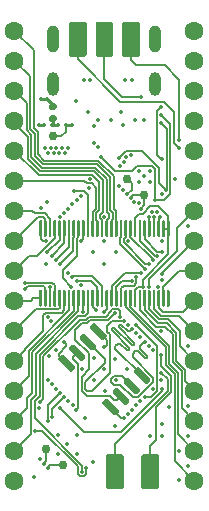
<source format=gbr>
G04 #@! TF.GenerationSoftware,KiCad,Pcbnew,5.1.9-1.fc33*
G04 #@! TF.CreationDate,2021-01-08T09:44:42+01:00*
G04 #@! TF.ProjectId,reDIP-sx,72654449-502d-4737-982e-6b696361645f,0.1*
G04 #@! TF.SameCoordinates,PX5e28010PY8011a50*
G04 #@! TF.FileFunction,Copper,L6,Bot*
G04 #@! TF.FilePolarity,Positive*
%FSLAX46Y46*%
G04 Gerber Fmt 4.6, Leading zero omitted, Abs format (unit mm)*
G04 Created by KiCad (PCBNEW 5.1.9-1.fc33) date 2021-01-08 09:44:42*
%MOMM*%
%LPD*%
G01*
G04 APERTURE LIST*
G04 #@! TA.AperFunction,ComponentPad*
%ADD10C,1.600000*%
G04 #@! TD*
G04 #@! TA.AperFunction,ComponentPad*
%ADD11O,1.000000X2.300000*%
G04 #@! TD*
G04 #@! TA.AperFunction,ComponentPad*
%ADD12O,1.000000X2.000000*%
G04 #@! TD*
G04 #@! TA.AperFunction,SMDPad,CuDef*
%ADD13C,0.750000*%
G04 #@! TD*
G04 #@! TA.AperFunction,ViaPad*
%ADD14C,0.350000*%
G04 #@! TD*
G04 #@! TA.AperFunction,Conductor*
%ADD15C,0.150000*%
G04 #@! TD*
G04 #@! TA.AperFunction,Conductor*
%ADD16C,0.200000*%
G04 #@! TD*
G04 #@! TA.AperFunction,Conductor*
%ADD17C,0.250000*%
G04 #@! TD*
G04 APERTURE END LIST*
D10*
X1270000Y26670000D03*
X1270000Y29210000D03*
X1270000Y31750000D03*
X1270000Y34290000D03*
X1270000Y36830000D03*
X1270000Y39370000D03*
D11*
X13210000Y38690000D03*
X4570000Y38690000D03*
D12*
X13210000Y34865000D03*
X4570000Y34865000D03*
G04 #@! TA.AperFunction,SMDPad,CuDef*
G36*
G01*
X3605000Y17352500D02*
X3605000Y16067500D01*
G75*
G02*
X3547500Y16010000I-57500J0D01*
G01*
X3432500Y16010000D01*
G75*
G02*
X3375000Y16067500I0J57500D01*
G01*
X3375000Y17352500D01*
G75*
G02*
X3432500Y17410000I57500J0D01*
G01*
X3547500Y17410000D01*
G75*
G02*
X3605000Y17352500I0J-57500D01*
G01*
G37*
G04 #@! TD.AperFunction*
G04 #@! TA.AperFunction,SMDPad,CuDef*
G36*
G01*
X3605000Y23252500D02*
X3605000Y21967500D01*
G75*
G02*
X3547500Y21910000I-57500J0D01*
G01*
X3432500Y21910000D01*
G75*
G02*
X3375000Y21967500I0J57500D01*
G01*
X3375000Y23252500D01*
G75*
G02*
X3432500Y23310000I57500J0D01*
G01*
X3547500Y23310000D01*
G75*
G02*
X3605000Y23252500I0J-57500D01*
G01*
G37*
G04 #@! TD.AperFunction*
G04 #@! TA.AperFunction,SMDPad,CuDef*
G36*
G01*
X4005000Y17352500D02*
X4005000Y16067500D01*
G75*
G02*
X3947500Y16010000I-57500J0D01*
G01*
X3832500Y16010000D01*
G75*
G02*
X3775000Y16067500I0J57500D01*
G01*
X3775000Y17352500D01*
G75*
G02*
X3832500Y17410000I57500J0D01*
G01*
X3947500Y17410000D01*
G75*
G02*
X4005000Y17352500I0J-57500D01*
G01*
G37*
G04 #@! TD.AperFunction*
G04 #@! TA.AperFunction,SMDPad,CuDef*
G36*
G01*
X4005000Y23252500D02*
X4005000Y21967500D01*
G75*
G02*
X3947500Y21910000I-57500J0D01*
G01*
X3832500Y21910000D01*
G75*
G02*
X3775000Y21967500I0J57500D01*
G01*
X3775000Y23252500D01*
G75*
G02*
X3832500Y23310000I57500J0D01*
G01*
X3947500Y23310000D01*
G75*
G02*
X4005000Y23252500I0J-57500D01*
G01*
G37*
G04 #@! TD.AperFunction*
G04 #@! TA.AperFunction,SMDPad,CuDef*
G36*
G01*
X4405000Y17352500D02*
X4405000Y16067500D01*
G75*
G02*
X4347500Y16010000I-57500J0D01*
G01*
X4232500Y16010000D01*
G75*
G02*
X4175000Y16067500I0J57500D01*
G01*
X4175000Y17352500D01*
G75*
G02*
X4232500Y17410000I57500J0D01*
G01*
X4347500Y17410000D01*
G75*
G02*
X4405000Y17352500I0J-57500D01*
G01*
G37*
G04 #@! TD.AperFunction*
G04 #@! TA.AperFunction,SMDPad,CuDef*
G36*
G01*
X4405000Y23252500D02*
X4405000Y21967500D01*
G75*
G02*
X4347500Y21910000I-57500J0D01*
G01*
X4232500Y21910000D01*
G75*
G02*
X4175000Y21967500I0J57500D01*
G01*
X4175000Y23252500D01*
G75*
G02*
X4232500Y23310000I57500J0D01*
G01*
X4347500Y23310000D01*
G75*
G02*
X4405000Y23252500I0J-57500D01*
G01*
G37*
G04 #@! TD.AperFunction*
G04 #@! TA.AperFunction,SMDPad,CuDef*
G36*
G01*
X4805000Y17352500D02*
X4805000Y16067500D01*
G75*
G02*
X4747500Y16010000I-57500J0D01*
G01*
X4632500Y16010000D01*
G75*
G02*
X4575000Y16067500I0J57500D01*
G01*
X4575000Y17352500D01*
G75*
G02*
X4632500Y17410000I57500J0D01*
G01*
X4747500Y17410000D01*
G75*
G02*
X4805000Y17352500I0J-57500D01*
G01*
G37*
G04 #@! TD.AperFunction*
G04 #@! TA.AperFunction,SMDPad,CuDef*
G36*
G01*
X4805000Y23252500D02*
X4805000Y21967500D01*
G75*
G02*
X4747500Y21910000I-57500J0D01*
G01*
X4632500Y21910000D01*
G75*
G02*
X4575000Y21967500I0J57500D01*
G01*
X4575000Y23252500D01*
G75*
G02*
X4632500Y23310000I57500J0D01*
G01*
X4747500Y23310000D01*
G75*
G02*
X4805000Y23252500I0J-57500D01*
G01*
G37*
G04 #@! TD.AperFunction*
G04 #@! TA.AperFunction,SMDPad,CuDef*
G36*
G01*
X5205000Y17352500D02*
X5205000Y16067500D01*
G75*
G02*
X5147500Y16010000I-57500J0D01*
G01*
X5032500Y16010000D01*
G75*
G02*
X4975000Y16067500I0J57500D01*
G01*
X4975000Y17352500D01*
G75*
G02*
X5032500Y17410000I57500J0D01*
G01*
X5147500Y17410000D01*
G75*
G02*
X5205000Y17352500I0J-57500D01*
G01*
G37*
G04 #@! TD.AperFunction*
G04 #@! TA.AperFunction,SMDPad,CuDef*
G36*
G01*
X5205000Y23252500D02*
X5205000Y21967500D01*
G75*
G02*
X5147500Y21910000I-57500J0D01*
G01*
X5032500Y21910000D01*
G75*
G02*
X4975000Y21967500I0J57500D01*
G01*
X4975000Y23252500D01*
G75*
G02*
X5032500Y23310000I57500J0D01*
G01*
X5147500Y23310000D01*
G75*
G02*
X5205000Y23252500I0J-57500D01*
G01*
G37*
G04 #@! TD.AperFunction*
G04 #@! TA.AperFunction,SMDPad,CuDef*
G36*
G01*
X5605000Y17352500D02*
X5605000Y16067500D01*
G75*
G02*
X5547500Y16010000I-57500J0D01*
G01*
X5432500Y16010000D01*
G75*
G02*
X5375000Y16067500I0J57500D01*
G01*
X5375000Y17352500D01*
G75*
G02*
X5432500Y17410000I57500J0D01*
G01*
X5547500Y17410000D01*
G75*
G02*
X5605000Y17352500I0J-57500D01*
G01*
G37*
G04 #@! TD.AperFunction*
G04 #@! TA.AperFunction,SMDPad,CuDef*
G36*
G01*
X5605000Y23252500D02*
X5605000Y21967500D01*
G75*
G02*
X5547500Y21910000I-57500J0D01*
G01*
X5432500Y21910000D01*
G75*
G02*
X5375000Y21967500I0J57500D01*
G01*
X5375000Y23252500D01*
G75*
G02*
X5432500Y23310000I57500J0D01*
G01*
X5547500Y23310000D01*
G75*
G02*
X5605000Y23252500I0J-57500D01*
G01*
G37*
G04 #@! TD.AperFunction*
G04 #@! TA.AperFunction,SMDPad,CuDef*
G36*
G01*
X6005000Y17352500D02*
X6005000Y16067500D01*
G75*
G02*
X5947500Y16010000I-57500J0D01*
G01*
X5832500Y16010000D01*
G75*
G02*
X5775000Y16067500I0J57500D01*
G01*
X5775000Y17352500D01*
G75*
G02*
X5832500Y17410000I57500J0D01*
G01*
X5947500Y17410000D01*
G75*
G02*
X6005000Y17352500I0J-57500D01*
G01*
G37*
G04 #@! TD.AperFunction*
G04 #@! TA.AperFunction,SMDPad,CuDef*
G36*
G01*
X6005000Y23252500D02*
X6005000Y21967500D01*
G75*
G02*
X5947500Y21910000I-57500J0D01*
G01*
X5832500Y21910000D01*
G75*
G02*
X5775000Y21967500I0J57500D01*
G01*
X5775000Y23252500D01*
G75*
G02*
X5832500Y23310000I57500J0D01*
G01*
X5947500Y23310000D01*
G75*
G02*
X6005000Y23252500I0J-57500D01*
G01*
G37*
G04 #@! TD.AperFunction*
G04 #@! TA.AperFunction,SMDPad,CuDef*
G36*
G01*
X6405000Y17352500D02*
X6405000Y16067500D01*
G75*
G02*
X6347500Y16010000I-57500J0D01*
G01*
X6232500Y16010000D01*
G75*
G02*
X6175000Y16067500I0J57500D01*
G01*
X6175000Y17352500D01*
G75*
G02*
X6232500Y17410000I57500J0D01*
G01*
X6347500Y17410000D01*
G75*
G02*
X6405000Y17352500I0J-57500D01*
G01*
G37*
G04 #@! TD.AperFunction*
G04 #@! TA.AperFunction,SMDPad,CuDef*
G36*
G01*
X6405000Y23252500D02*
X6405000Y21967500D01*
G75*
G02*
X6347500Y21910000I-57500J0D01*
G01*
X6232500Y21910000D01*
G75*
G02*
X6175000Y21967500I0J57500D01*
G01*
X6175000Y23252500D01*
G75*
G02*
X6232500Y23310000I57500J0D01*
G01*
X6347500Y23310000D01*
G75*
G02*
X6405000Y23252500I0J-57500D01*
G01*
G37*
G04 #@! TD.AperFunction*
G04 #@! TA.AperFunction,SMDPad,CuDef*
G36*
G01*
X6805000Y17352500D02*
X6805000Y16067500D01*
G75*
G02*
X6747500Y16010000I-57500J0D01*
G01*
X6632500Y16010000D01*
G75*
G02*
X6575000Y16067500I0J57500D01*
G01*
X6575000Y17352500D01*
G75*
G02*
X6632500Y17410000I57500J0D01*
G01*
X6747500Y17410000D01*
G75*
G02*
X6805000Y17352500I0J-57500D01*
G01*
G37*
G04 #@! TD.AperFunction*
G04 #@! TA.AperFunction,SMDPad,CuDef*
G36*
G01*
X6805000Y23252500D02*
X6805000Y21967500D01*
G75*
G02*
X6747500Y21910000I-57500J0D01*
G01*
X6632500Y21910000D01*
G75*
G02*
X6575000Y21967500I0J57500D01*
G01*
X6575000Y23252500D01*
G75*
G02*
X6632500Y23310000I57500J0D01*
G01*
X6747500Y23310000D01*
G75*
G02*
X6805000Y23252500I0J-57500D01*
G01*
G37*
G04 #@! TD.AperFunction*
G04 #@! TA.AperFunction,SMDPad,CuDef*
G36*
G01*
X7205000Y17352500D02*
X7205000Y16067500D01*
G75*
G02*
X7147500Y16010000I-57500J0D01*
G01*
X7032500Y16010000D01*
G75*
G02*
X6975000Y16067500I0J57500D01*
G01*
X6975000Y17352500D01*
G75*
G02*
X7032500Y17410000I57500J0D01*
G01*
X7147500Y17410000D01*
G75*
G02*
X7205000Y17352500I0J-57500D01*
G01*
G37*
G04 #@! TD.AperFunction*
G04 #@! TA.AperFunction,SMDPad,CuDef*
G36*
G01*
X7205000Y23252500D02*
X7205000Y21967500D01*
G75*
G02*
X7147500Y21910000I-57500J0D01*
G01*
X7032500Y21910000D01*
G75*
G02*
X6975000Y21967500I0J57500D01*
G01*
X6975000Y23252500D01*
G75*
G02*
X7032500Y23310000I57500J0D01*
G01*
X7147500Y23310000D01*
G75*
G02*
X7205000Y23252500I0J-57500D01*
G01*
G37*
G04 #@! TD.AperFunction*
G04 #@! TA.AperFunction,SMDPad,CuDef*
G36*
G01*
X7605000Y17352500D02*
X7605000Y16067500D01*
G75*
G02*
X7547500Y16010000I-57500J0D01*
G01*
X7432500Y16010000D01*
G75*
G02*
X7375000Y16067500I0J57500D01*
G01*
X7375000Y17352500D01*
G75*
G02*
X7432500Y17410000I57500J0D01*
G01*
X7547500Y17410000D01*
G75*
G02*
X7605000Y17352500I0J-57500D01*
G01*
G37*
G04 #@! TD.AperFunction*
G04 #@! TA.AperFunction,SMDPad,CuDef*
G36*
G01*
X7605000Y23252500D02*
X7605000Y21967500D01*
G75*
G02*
X7547500Y21910000I-57500J0D01*
G01*
X7432500Y21910000D01*
G75*
G02*
X7375000Y21967500I0J57500D01*
G01*
X7375000Y23252500D01*
G75*
G02*
X7432500Y23310000I57500J0D01*
G01*
X7547500Y23310000D01*
G75*
G02*
X7605000Y23252500I0J-57500D01*
G01*
G37*
G04 #@! TD.AperFunction*
G04 #@! TA.AperFunction,SMDPad,CuDef*
G36*
G01*
X8005000Y17352500D02*
X8005000Y16067500D01*
G75*
G02*
X7947500Y16010000I-57500J0D01*
G01*
X7832500Y16010000D01*
G75*
G02*
X7775000Y16067500I0J57500D01*
G01*
X7775000Y17352500D01*
G75*
G02*
X7832500Y17410000I57500J0D01*
G01*
X7947500Y17410000D01*
G75*
G02*
X8005000Y17352500I0J-57500D01*
G01*
G37*
G04 #@! TD.AperFunction*
G04 #@! TA.AperFunction,SMDPad,CuDef*
G36*
G01*
X8005000Y23252500D02*
X8005000Y21967500D01*
G75*
G02*
X7947500Y21910000I-57500J0D01*
G01*
X7832500Y21910000D01*
G75*
G02*
X7775000Y21967500I0J57500D01*
G01*
X7775000Y23252500D01*
G75*
G02*
X7832500Y23310000I57500J0D01*
G01*
X7947500Y23310000D01*
G75*
G02*
X8005000Y23252500I0J-57500D01*
G01*
G37*
G04 #@! TD.AperFunction*
G04 #@! TA.AperFunction,SMDPad,CuDef*
G36*
G01*
X8405000Y17352500D02*
X8405000Y16067500D01*
G75*
G02*
X8347500Y16010000I-57500J0D01*
G01*
X8232500Y16010000D01*
G75*
G02*
X8175000Y16067500I0J57500D01*
G01*
X8175000Y17352500D01*
G75*
G02*
X8232500Y17410000I57500J0D01*
G01*
X8347500Y17410000D01*
G75*
G02*
X8405000Y17352500I0J-57500D01*
G01*
G37*
G04 #@! TD.AperFunction*
G04 #@! TA.AperFunction,SMDPad,CuDef*
G36*
G01*
X8405000Y23252500D02*
X8405000Y21967500D01*
G75*
G02*
X8347500Y21910000I-57500J0D01*
G01*
X8232500Y21910000D01*
G75*
G02*
X8175000Y21967500I0J57500D01*
G01*
X8175000Y23252500D01*
G75*
G02*
X8232500Y23310000I57500J0D01*
G01*
X8347500Y23310000D01*
G75*
G02*
X8405000Y23252500I0J-57500D01*
G01*
G37*
G04 #@! TD.AperFunction*
G04 #@! TA.AperFunction,SMDPad,CuDef*
G36*
G01*
X8805000Y17352500D02*
X8805000Y16067500D01*
G75*
G02*
X8747500Y16010000I-57500J0D01*
G01*
X8632500Y16010000D01*
G75*
G02*
X8575000Y16067500I0J57500D01*
G01*
X8575000Y17352500D01*
G75*
G02*
X8632500Y17410000I57500J0D01*
G01*
X8747500Y17410000D01*
G75*
G02*
X8805000Y17352500I0J-57500D01*
G01*
G37*
G04 #@! TD.AperFunction*
G04 #@! TA.AperFunction,SMDPad,CuDef*
G36*
G01*
X8805000Y23252500D02*
X8805000Y21967500D01*
G75*
G02*
X8747500Y21910000I-57500J0D01*
G01*
X8632500Y21910000D01*
G75*
G02*
X8575000Y21967500I0J57500D01*
G01*
X8575000Y23252500D01*
G75*
G02*
X8632500Y23310000I57500J0D01*
G01*
X8747500Y23310000D01*
G75*
G02*
X8805000Y23252500I0J-57500D01*
G01*
G37*
G04 #@! TD.AperFunction*
G04 #@! TA.AperFunction,SMDPad,CuDef*
G36*
G01*
X9205000Y17352500D02*
X9205000Y16067500D01*
G75*
G02*
X9147500Y16010000I-57500J0D01*
G01*
X9032500Y16010000D01*
G75*
G02*
X8975000Y16067500I0J57500D01*
G01*
X8975000Y17352500D01*
G75*
G02*
X9032500Y17410000I57500J0D01*
G01*
X9147500Y17410000D01*
G75*
G02*
X9205000Y17352500I0J-57500D01*
G01*
G37*
G04 #@! TD.AperFunction*
G04 #@! TA.AperFunction,SMDPad,CuDef*
G36*
G01*
X9205000Y23252500D02*
X9205000Y21967500D01*
G75*
G02*
X9147500Y21910000I-57500J0D01*
G01*
X9032500Y21910000D01*
G75*
G02*
X8975000Y21967500I0J57500D01*
G01*
X8975000Y23252500D01*
G75*
G02*
X9032500Y23310000I57500J0D01*
G01*
X9147500Y23310000D01*
G75*
G02*
X9205000Y23252500I0J-57500D01*
G01*
G37*
G04 #@! TD.AperFunction*
G04 #@! TA.AperFunction,SMDPad,CuDef*
G36*
G01*
X9605000Y17352500D02*
X9605000Y16067500D01*
G75*
G02*
X9547500Y16010000I-57500J0D01*
G01*
X9432500Y16010000D01*
G75*
G02*
X9375000Y16067500I0J57500D01*
G01*
X9375000Y17352500D01*
G75*
G02*
X9432500Y17410000I57500J0D01*
G01*
X9547500Y17410000D01*
G75*
G02*
X9605000Y17352500I0J-57500D01*
G01*
G37*
G04 #@! TD.AperFunction*
G04 #@! TA.AperFunction,SMDPad,CuDef*
G36*
G01*
X9605000Y23252500D02*
X9605000Y21967500D01*
G75*
G02*
X9547500Y21910000I-57500J0D01*
G01*
X9432500Y21910000D01*
G75*
G02*
X9375000Y21967500I0J57500D01*
G01*
X9375000Y23252500D01*
G75*
G02*
X9432500Y23310000I57500J0D01*
G01*
X9547500Y23310000D01*
G75*
G02*
X9605000Y23252500I0J-57500D01*
G01*
G37*
G04 #@! TD.AperFunction*
G04 #@! TA.AperFunction,SMDPad,CuDef*
G36*
G01*
X10005000Y17352500D02*
X10005000Y16067500D01*
G75*
G02*
X9947500Y16010000I-57500J0D01*
G01*
X9832500Y16010000D01*
G75*
G02*
X9775000Y16067500I0J57500D01*
G01*
X9775000Y17352500D01*
G75*
G02*
X9832500Y17410000I57500J0D01*
G01*
X9947500Y17410000D01*
G75*
G02*
X10005000Y17352500I0J-57500D01*
G01*
G37*
G04 #@! TD.AperFunction*
G04 #@! TA.AperFunction,SMDPad,CuDef*
G36*
G01*
X10005000Y23252500D02*
X10005000Y21967500D01*
G75*
G02*
X9947500Y21910000I-57500J0D01*
G01*
X9832500Y21910000D01*
G75*
G02*
X9775000Y21967500I0J57500D01*
G01*
X9775000Y23252500D01*
G75*
G02*
X9832500Y23310000I57500J0D01*
G01*
X9947500Y23310000D01*
G75*
G02*
X10005000Y23252500I0J-57500D01*
G01*
G37*
G04 #@! TD.AperFunction*
G04 #@! TA.AperFunction,SMDPad,CuDef*
G36*
G01*
X10405000Y17352500D02*
X10405000Y16067500D01*
G75*
G02*
X10347500Y16010000I-57500J0D01*
G01*
X10232500Y16010000D01*
G75*
G02*
X10175000Y16067500I0J57500D01*
G01*
X10175000Y17352500D01*
G75*
G02*
X10232500Y17410000I57500J0D01*
G01*
X10347500Y17410000D01*
G75*
G02*
X10405000Y17352500I0J-57500D01*
G01*
G37*
G04 #@! TD.AperFunction*
G04 #@! TA.AperFunction,SMDPad,CuDef*
G36*
G01*
X10405000Y23252500D02*
X10405000Y21967500D01*
G75*
G02*
X10347500Y21910000I-57500J0D01*
G01*
X10232500Y21910000D01*
G75*
G02*
X10175000Y21967500I0J57500D01*
G01*
X10175000Y23252500D01*
G75*
G02*
X10232500Y23310000I57500J0D01*
G01*
X10347500Y23310000D01*
G75*
G02*
X10405000Y23252500I0J-57500D01*
G01*
G37*
G04 #@! TD.AperFunction*
G04 #@! TA.AperFunction,SMDPad,CuDef*
G36*
G01*
X10805000Y17352500D02*
X10805000Y16067500D01*
G75*
G02*
X10747500Y16010000I-57500J0D01*
G01*
X10632500Y16010000D01*
G75*
G02*
X10575000Y16067500I0J57500D01*
G01*
X10575000Y17352500D01*
G75*
G02*
X10632500Y17410000I57500J0D01*
G01*
X10747500Y17410000D01*
G75*
G02*
X10805000Y17352500I0J-57500D01*
G01*
G37*
G04 #@! TD.AperFunction*
G04 #@! TA.AperFunction,SMDPad,CuDef*
G36*
G01*
X10805000Y23252500D02*
X10805000Y21967500D01*
G75*
G02*
X10747500Y21910000I-57500J0D01*
G01*
X10632500Y21910000D01*
G75*
G02*
X10575000Y21967500I0J57500D01*
G01*
X10575000Y23252500D01*
G75*
G02*
X10632500Y23310000I57500J0D01*
G01*
X10747500Y23310000D01*
G75*
G02*
X10805000Y23252500I0J-57500D01*
G01*
G37*
G04 #@! TD.AperFunction*
G04 #@! TA.AperFunction,SMDPad,CuDef*
G36*
G01*
X11205000Y17352500D02*
X11205000Y16067500D01*
G75*
G02*
X11147500Y16010000I-57500J0D01*
G01*
X11032500Y16010000D01*
G75*
G02*
X10975000Y16067500I0J57500D01*
G01*
X10975000Y17352500D01*
G75*
G02*
X11032500Y17410000I57500J0D01*
G01*
X11147500Y17410000D01*
G75*
G02*
X11205000Y17352500I0J-57500D01*
G01*
G37*
G04 #@! TD.AperFunction*
G04 #@! TA.AperFunction,SMDPad,CuDef*
G36*
G01*
X11205000Y23252500D02*
X11205000Y21967500D01*
G75*
G02*
X11147500Y21910000I-57500J0D01*
G01*
X11032500Y21910000D01*
G75*
G02*
X10975000Y21967500I0J57500D01*
G01*
X10975000Y23252500D01*
G75*
G02*
X11032500Y23310000I57500J0D01*
G01*
X11147500Y23310000D01*
G75*
G02*
X11205000Y23252500I0J-57500D01*
G01*
G37*
G04 #@! TD.AperFunction*
G04 #@! TA.AperFunction,SMDPad,CuDef*
G36*
G01*
X11605000Y17352500D02*
X11605000Y16067500D01*
G75*
G02*
X11547500Y16010000I-57500J0D01*
G01*
X11432500Y16010000D01*
G75*
G02*
X11375000Y16067500I0J57500D01*
G01*
X11375000Y17352500D01*
G75*
G02*
X11432500Y17410000I57500J0D01*
G01*
X11547500Y17410000D01*
G75*
G02*
X11605000Y17352500I0J-57500D01*
G01*
G37*
G04 #@! TD.AperFunction*
G04 #@! TA.AperFunction,SMDPad,CuDef*
G36*
G01*
X11605000Y23252500D02*
X11605000Y21967500D01*
G75*
G02*
X11547500Y21910000I-57500J0D01*
G01*
X11432500Y21910000D01*
G75*
G02*
X11375000Y21967500I0J57500D01*
G01*
X11375000Y23252500D01*
G75*
G02*
X11432500Y23310000I57500J0D01*
G01*
X11547500Y23310000D01*
G75*
G02*
X11605000Y23252500I0J-57500D01*
G01*
G37*
G04 #@! TD.AperFunction*
G04 #@! TA.AperFunction,SMDPad,CuDef*
G36*
G01*
X12005000Y17352500D02*
X12005000Y16067500D01*
G75*
G02*
X11947500Y16010000I-57500J0D01*
G01*
X11832500Y16010000D01*
G75*
G02*
X11775000Y16067500I0J57500D01*
G01*
X11775000Y17352500D01*
G75*
G02*
X11832500Y17410000I57500J0D01*
G01*
X11947500Y17410000D01*
G75*
G02*
X12005000Y17352500I0J-57500D01*
G01*
G37*
G04 #@! TD.AperFunction*
G04 #@! TA.AperFunction,SMDPad,CuDef*
G36*
G01*
X12005000Y23252500D02*
X12005000Y21967500D01*
G75*
G02*
X11947500Y21910000I-57500J0D01*
G01*
X11832500Y21910000D01*
G75*
G02*
X11775000Y21967500I0J57500D01*
G01*
X11775000Y23252500D01*
G75*
G02*
X11832500Y23310000I57500J0D01*
G01*
X11947500Y23310000D01*
G75*
G02*
X12005000Y23252500I0J-57500D01*
G01*
G37*
G04 #@! TD.AperFunction*
G04 #@! TA.AperFunction,SMDPad,CuDef*
G36*
G01*
X12405000Y17352500D02*
X12405000Y16067500D01*
G75*
G02*
X12347500Y16010000I-57500J0D01*
G01*
X12232500Y16010000D01*
G75*
G02*
X12175000Y16067500I0J57500D01*
G01*
X12175000Y17352500D01*
G75*
G02*
X12232500Y17410000I57500J0D01*
G01*
X12347500Y17410000D01*
G75*
G02*
X12405000Y17352500I0J-57500D01*
G01*
G37*
G04 #@! TD.AperFunction*
G04 #@! TA.AperFunction,SMDPad,CuDef*
G36*
G01*
X12405000Y23252500D02*
X12405000Y21967500D01*
G75*
G02*
X12347500Y21910000I-57500J0D01*
G01*
X12232500Y21910000D01*
G75*
G02*
X12175000Y21967500I0J57500D01*
G01*
X12175000Y23252500D01*
G75*
G02*
X12232500Y23310000I57500J0D01*
G01*
X12347500Y23310000D01*
G75*
G02*
X12405000Y23252500I0J-57500D01*
G01*
G37*
G04 #@! TD.AperFunction*
G04 #@! TA.AperFunction,SMDPad,CuDef*
G36*
G01*
X12805000Y17352500D02*
X12805000Y16067500D01*
G75*
G02*
X12747500Y16010000I-57500J0D01*
G01*
X12632500Y16010000D01*
G75*
G02*
X12575000Y16067500I0J57500D01*
G01*
X12575000Y17352500D01*
G75*
G02*
X12632500Y17410000I57500J0D01*
G01*
X12747500Y17410000D01*
G75*
G02*
X12805000Y17352500I0J-57500D01*
G01*
G37*
G04 #@! TD.AperFunction*
G04 #@! TA.AperFunction,SMDPad,CuDef*
G36*
G01*
X12805000Y23252500D02*
X12805000Y21967500D01*
G75*
G02*
X12747500Y21910000I-57500J0D01*
G01*
X12632500Y21910000D01*
G75*
G02*
X12575000Y21967500I0J57500D01*
G01*
X12575000Y23252500D01*
G75*
G02*
X12632500Y23310000I57500J0D01*
G01*
X12747500Y23310000D01*
G75*
G02*
X12805000Y23252500I0J-57500D01*
G01*
G37*
G04 #@! TD.AperFunction*
G04 #@! TA.AperFunction,SMDPad,CuDef*
G36*
G01*
X13205000Y17352500D02*
X13205000Y16067500D01*
G75*
G02*
X13147500Y16010000I-57500J0D01*
G01*
X13032500Y16010000D01*
G75*
G02*
X12975000Y16067500I0J57500D01*
G01*
X12975000Y17352500D01*
G75*
G02*
X13032500Y17410000I57500J0D01*
G01*
X13147500Y17410000D01*
G75*
G02*
X13205000Y17352500I0J-57500D01*
G01*
G37*
G04 #@! TD.AperFunction*
G04 #@! TA.AperFunction,SMDPad,CuDef*
G36*
G01*
X13205000Y23252500D02*
X13205000Y21967500D01*
G75*
G02*
X13147500Y21910000I-57500J0D01*
G01*
X13032500Y21910000D01*
G75*
G02*
X12975000Y21967500I0J57500D01*
G01*
X12975000Y23252500D01*
G75*
G02*
X13032500Y23310000I57500J0D01*
G01*
X13147500Y23310000D01*
G75*
G02*
X13205000Y23252500I0J-57500D01*
G01*
G37*
G04 #@! TD.AperFunction*
G04 #@! TA.AperFunction,SMDPad,CuDef*
G36*
G01*
X13605000Y17352500D02*
X13605000Y16067500D01*
G75*
G02*
X13547500Y16010000I-57500J0D01*
G01*
X13432500Y16010000D01*
G75*
G02*
X13375000Y16067500I0J57500D01*
G01*
X13375000Y17352500D01*
G75*
G02*
X13432500Y17410000I57500J0D01*
G01*
X13547500Y17410000D01*
G75*
G02*
X13605000Y17352500I0J-57500D01*
G01*
G37*
G04 #@! TD.AperFunction*
G04 #@! TA.AperFunction,SMDPad,CuDef*
G36*
G01*
X13605000Y23252500D02*
X13605000Y21967500D01*
G75*
G02*
X13547500Y21910000I-57500J0D01*
G01*
X13432500Y21910000D01*
G75*
G02*
X13375000Y21967500I0J57500D01*
G01*
X13375000Y23252500D01*
G75*
G02*
X13432500Y23310000I57500J0D01*
G01*
X13547500Y23310000D01*
G75*
G02*
X13605000Y23252500I0J-57500D01*
G01*
G37*
G04 #@! TD.AperFunction*
G04 #@! TA.AperFunction,SMDPad,CuDef*
G36*
G01*
X14005000Y17352500D02*
X14005000Y16067500D01*
G75*
G02*
X13947500Y16010000I-57500J0D01*
G01*
X13832500Y16010000D01*
G75*
G02*
X13775000Y16067500I0J57500D01*
G01*
X13775000Y17352500D01*
G75*
G02*
X13832500Y17410000I57500J0D01*
G01*
X13947500Y17410000D01*
G75*
G02*
X14005000Y17352500I0J-57500D01*
G01*
G37*
G04 #@! TD.AperFunction*
G04 #@! TA.AperFunction,SMDPad,CuDef*
G36*
G01*
X14005000Y23252500D02*
X14005000Y21967500D01*
G75*
G02*
X13947500Y21910000I-57500J0D01*
G01*
X13832500Y21910000D01*
G75*
G02*
X13775000Y21967500I0J57500D01*
G01*
X13775000Y23252500D01*
G75*
G02*
X13832500Y23310000I57500J0D01*
G01*
X13947500Y23310000D01*
G75*
G02*
X14005000Y23252500I0J-57500D01*
G01*
G37*
G04 #@! TD.AperFunction*
G04 #@! TA.AperFunction,SMDPad,CuDef*
G36*
G01*
X14405000Y17352500D02*
X14405000Y16067500D01*
G75*
G02*
X14347500Y16010000I-57500J0D01*
G01*
X14232500Y16010000D01*
G75*
G02*
X14175000Y16067500I0J57500D01*
G01*
X14175000Y17352500D01*
G75*
G02*
X14232500Y17410000I57500J0D01*
G01*
X14347500Y17410000D01*
G75*
G02*
X14405000Y17352500I0J-57500D01*
G01*
G37*
G04 #@! TD.AperFunction*
G04 #@! TA.AperFunction,SMDPad,CuDef*
G36*
G01*
X14405000Y23252500D02*
X14405000Y21967500D01*
G75*
G02*
X14347500Y21910000I-57500J0D01*
G01*
X14232500Y21910000D01*
G75*
G02*
X14175000Y21967500I0J57500D01*
G01*
X14175000Y23252500D01*
G75*
G02*
X14232500Y23310000I57500J0D01*
G01*
X14347500Y23310000D01*
G75*
G02*
X14405000Y23252500I0J-57500D01*
G01*
G37*
G04 #@! TD.AperFunction*
G04 #@! TA.AperFunction,SMDPad,CuDef*
G36*
G01*
X4335000Y32190000D02*
X4705000Y32190000D01*
G75*
G02*
X4840000Y32055000I0J-135000D01*
G01*
X4840000Y31785000D01*
G75*
G02*
X4705000Y31650000I-135000J0D01*
G01*
X4335000Y31650000D01*
G75*
G02*
X4200000Y31785000I0J135000D01*
G01*
X4200000Y32055000D01*
G75*
G02*
X4335000Y32190000I135000J0D01*
G01*
G37*
G04 #@! TD.AperFunction*
G04 #@! TA.AperFunction,SMDPad,CuDef*
G36*
G01*
X4335000Y33210000D02*
X4705000Y33210000D01*
G75*
G02*
X4840000Y33075000I0J-135000D01*
G01*
X4840000Y32805000D01*
G75*
G02*
X4705000Y32670000I-135000J0D01*
G01*
X4335000Y32670000D01*
G75*
G02*
X4200000Y32805000I0J135000D01*
G01*
X4200000Y33075000D01*
G75*
G02*
X4335000Y33210000I135000J0D01*
G01*
G37*
G04 #@! TD.AperFunction*
D10*
X16510000Y26670000D03*
X16510000Y29210000D03*
X16510000Y31750000D03*
X16510000Y34290000D03*
X16510000Y36830000D03*
X16510000Y39370000D03*
G04 #@! TA.AperFunction,SMDPad,CuDef*
G36*
G01*
X11890000Y39990000D02*
X11890000Y37290000D01*
G75*
G02*
X11740000Y37140000I-150000J0D01*
G01*
X10540000Y37140000D01*
G75*
G02*
X10390000Y37290000I0J150000D01*
G01*
X10390000Y39990000D01*
G75*
G02*
X10540000Y40140000I150000J0D01*
G01*
X11740000Y40140000D01*
G75*
G02*
X11890000Y39990000I0J-150000D01*
G01*
G37*
G04 #@! TD.AperFunction*
G04 #@! TA.AperFunction,SMDPad,CuDef*
G36*
G01*
X13520000Y3380000D02*
X13520000Y680000D01*
G75*
G02*
X13370000Y530000I-150000J0D01*
G01*
X12170000Y530000D01*
G75*
G02*
X12020000Y680000I0J150000D01*
G01*
X12020000Y3380000D01*
G75*
G02*
X12170000Y3530000I150000J0D01*
G01*
X13370000Y3530000D01*
G75*
G02*
X13520000Y3380000I0J-150000D01*
G01*
G37*
G04 #@! TD.AperFunction*
G04 #@! TA.AperFunction,SMDPad,CuDef*
G36*
G01*
X10520000Y3380000D02*
X10520000Y680000D01*
G75*
G02*
X10370000Y530000I-150000J0D01*
G01*
X9170000Y530000D01*
G75*
G02*
X9020000Y680000I0J150000D01*
G01*
X9020000Y3380000D01*
G75*
G02*
X9170000Y3530000I150000J0D01*
G01*
X10370000Y3530000D01*
G75*
G02*
X10520000Y3380000I0J-150000D01*
G01*
G37*
G04 #@! TD.AperFunction*
G04 #@! TA.AperFunction,SMDPad,CuDef*
G36*
G01*
X7390000Y39990000D02*
X7390000Y37290000D01*
G75*
G02*
X7240000Y37140000I-150000J0D01*
G01*
X6040000Y37140000D01*
G75*
G02*
X5890000Y37290000I0J150000D01*
G01*
X5890000Y39990000D01*
G75*
G02*
X6040000Y40140000I150000J0D01*
G01*
X7240000Y40140000D01*
G75*
G02*
X7390000Y39990000I0J-150000D01*
G01*
G37*
G04 #@! TD.AperFunction*
G04 #@! TA.AperFunction,SMDPad,CuDef*
G36*
G01*
X9640000Y39990000D02*
X9640000Y37290000D01*
G75*
G02*
X9490000Y37140000I-150000J0D01*
G01*
X8290000Y37140000D01*
G75*
G02*
X8140000Y37290000I0J150000D01*
G01*
X8140000Y39990000D01*
G75*
G02*
X8290000Y40140000I150000J0D01*
G01*
X9490000Y40140000D01*
G75*
G02*
X9640000Y39990000I0J-150000D01*
G01*
G37*
G04 #@! TD.AperFunction*
X16510000Y1270000D03*
X16510000Y3810000D03*
X16510000Y6350000D03*
X16510000Y8890000D03*
X16510000Y11430000D03*
X16510000Y13970000D03*
X16510000Y16510000D03*
X16510000Y19050000D03*
X16510000Y21590000D03*
X16510000Y24130000D03*
D13*
X5360000Y2570000D03*
D10*
X1270000Y1270000D03*
X1270000Y3810000D03*
X1270000Y6350000D03*
X1270000Y8890000D03*
X1270000Y11430000D03*
X1270000Y13970000D03*
X1270000Y16510000D03*
X1270000Y19050000D03*
X1270000Y21590000D03*
X1270000Y24130000D03*
G04 #@! TA.AperFunction,SMDPad,CuDef*
G36*
G01*
X8709688Y7964103D02*
X8921820Y8176235D01*
G75*
G02*
X9133952Y8176235I106066J-106066D01*
G01*
X10088546Y7221641D01*
G75*
G02*
X10088546Y7009509I-106066J-106066D01*
G01*
X9876414Y6797377D01*
G75*
G02*
X9664282Y6797377I-106066J106066D01*
G01*
X8709688Y7751971D01*
G75*
G02*
X8709688Y7964103I106066J106066D01*
G01*
G37*
G04 #@! TD.AperFunction*
G04 #@! TA.AperFunction,SMDPad,CuDef*
G36*
G01*
X9607713Y8862129D02*
X9819845Y9074261D01*
G75*
G02*
X10031977Y9074261I106066J-106066D01*
G01*
X10986571Y8119667D01*
G75*
G02*
X10986571Y7907535I-106066J-106066D01*
G01*
X10774439Y7695403D01*
G75*
G02*
X10562307Y7695403I-106066J106066D01*
G01*
X9607713Y8649997D01*
G75*
G02*
X9607713Y8862129I106066J106066D01*
G01*
G37*
G04 #@! TD.AperFunction*
G04 #@! TA.AperFunction,SMDPad,CuDef*
G36*
G01*
X10505739Y9760155D02*
X10717871Y9972287D01*
G75*
G02*
X10930003Y9972287I106066J-106066D01*
G01*
X11884597Y9017693D01*
G75*
G02*
X11884597Y8805561I-106066J-106066D01*
G01*
X11672465Y8593429D01*
G75*
G02*
X11460333Y8593429I-106066J106066D01*
G01*
X10505739Y9548023D01*
G75*
G02*
X10505739Y9760155I106066J106066D01*
G01*
G37*
G04 #@! TD.AperFunction*
G04 #@! TA.AperFunction,SMDPad,CuDef*
G36*
G01*
X11403765Y10658180D02*
X11615897Y10870312D01*
G75*
G02*
X11828029Y10870312I106066J-106066D01*
G01*
X12782623Y9915718D01*
G75*
G02*
X12782623Y9703586I-106066J-106066D01*
G01*
X12570491Y9491454D01*
G75*
G02*
X12358359Y9491454I-106066J106066D01*
G01*
X11403765Y10446048D01*
G75*
G02*
X11403765Y10658180I106066J106066D01*
G01*
G37*
G04 #@! TD.AperFunction*
G04 #@! TA.AperFunction,SMDPad,CuDef*
G36*
G01*
X7691454Y14370491D02*
X7903586Y14582623D01*
G75*
G02*
X8115718Y14582623I106066J-106066D01*
G01*
X9070312Y13628029D01*
G75*
G02*
X9070312Y13415897I-106066J-106066D01*
G01*
X8858180Y13203765D01*
G75*
G02*
X8646048Y13203765I-106066J106066D01*
G01*
X7691454Y14158359D01*
G75*
G02*
X7691454Y14370491I106066J106066D01*
G01*
G37*
G04 #@! TD.AperFunction*
G04 #@! TA.AperFunction,SMDPad,CuDef*
G36*
G01*
X6793429Y13472465D02*
X7005561Y13684597D01*
G75*
G02*
X7217693Y13684597I106066J-106066D01*
G01*
X8172287Y12730003D01*
G75*
G02*
X8172287Y12517871I-106066J-106066D01*
G01*
X7960155Y12305739D01*
G75*
G02*
X7748023Y12305739I-106066J106066D01*
G01*
X6793429Y13260333D01*
G75*
G02*
X6793429Y13472465I106066J106066D01*
G01*
G37*
G04 #@! TD.AperFunction*
G04 #@! TA.AperFunction,SMDPad,CuDef*
G36*
G01*
X5895403Y12574439D02*
X6107535Y12786571D01*
G75*
G02*
X6319667Y12786571I106066J-106066D01*
G01*
X7274261Y11831977D01*
G75*
G02*
X7274261Y11619845I-106066J-106066D01*
G01*
X7062129Y11407713D01*
G75*
G02*
X6849997Y11407713I-106066J106066D01*
G01*
X5895403Y12362307D01*
G75*
G02*
X5895403Y12574439I106066J106066D01*
G01*
G37*
G04 #@! TD.AperFunction*
G04 #@! TA.AperFunction,SMDPad,CuDef*
G36*
G01*
X4997377Y11676414D02*
X5209509Y11888546D01*
G75*
G02*
X5421641Y11888546I106066J-106066D01*
G01*
X6376235Y10933952D01*
G75*
G02*
X6376235Y10721820I-106066J-106066D01*
G01*
X6164103Y10509688D01*
G75*
G02*
X5951971Y10509688I-106066J106066D01*
G01*
X4997377Y11464282D01*
G75*
G02*
X4997377Y11676414I106066J106066D01*
G01*
G37*
G04 #@! TD.AperFunction*
D13*
X10830000Y26850000D03*
X12250000Y25440000D03*
X3940000Y3950000D03*
X4520000Y30410000D03*
D14*
X5580000Y29040000D03*
X5080000Y29040000D03*
X4010000Y24820000D03*
X4330000Y29470000D03*
X4830000Y29470000D03*
X3830000Y29470000D03*
X6530000Y3560000D03*
X4950000Y3560000D03*
X4950000Y5150000D03*
X6530000Y5150000D03*
X12740000Y27500000D03*
X11820000Y26580000D03*
X12740000Y26580000D03*
X11820000Y27500000D03*
X12280000Y27040000D03*
X9830000Y9750000D03*
X10770000Y10700000D03*
X7020000Y10680000D03*
X7970000Y9760000D03*
X7970000Y11620000D03*
X9820000Y11600000D03*
X8890000Y10690000D03*
X8890000Y12550000D03*
X8890000Y21590000D03*
X9890000Y20610000D03*
X10870000Y21590000D03*
X8890000Y19600000D03*
X7900000Y20610000D03*
X6910000Y21590000D03*
X8890000Y23600000D03*
X5740000Y4360000D03*
X15980000Y2540000D03*
X3930000Y19610000D03*
X13780000Y6070000D03*
X8310000Y31780000D03*
X5330000Y29470000D03*
X4580000Y29040000D03*
X11990000Y33780000D03*
X8900000Y8830000D03*
X7090000Y15590000D03*
X4110000Y15140000D03*
X4230000Y11810000D03*
X12130000Y17700000D03*
X13420000Y17700000D03*
X14880000Y26840000D03*
X15980000Y5080000D03*
X10430000Y31340000D03*
X3400000Y3080000D03*
X7920000Y2880000D03*
X4080000Y29040000D03*
X5830000Y29470000D03*
X12720000Y5080000D03*
X15210000Y3800000D03*
X15210000Y1290000D03*
X13780000Y5080000D03*
X15980000Y22860000D03*
X6480000Y33420000D03*
X4060000Y33540000D03*
X3560000Y33540000D03*
X3370000Y7430000D03*
X2920000Y1550000D03*
X4390000Y14780000D03*
X3560000Y24370000D03*
X3810000Y31360000D03*
X9810000Y5880000D03*
X7260000Y6580000D03*
X6200000Y7650000D03*
X4080000Y9770000D03*
X11580000Y13730000D03*
X13710000Y13910000D03*
X14390000Y7510000D03*
X11110000Y28830000D03*
X13800000Y21540000D03*
X6890000Y17820000D03*
X13760000Y25560000D03*
X12240000Y31780000D03*
X11440000Y31780000D03*
X10870000Y6940000D03*
X10520000Y6590000D03*
X3310000Y31360000D03*
X5610000Y31360000D03*
X5830000Y18880000D03*
X13340000Y24010000D03*
X12900000Y24010000D03*
X6110000Y31360000D03*
X9470000Y31780000D03*
X11240000Y35220000D03*
X6310000Y25790000D03*
X15230000Y29440000D03*
X15230000Y30140000D03*
X11940000Y7990000D03*
X7640000Y35220000D03*
X7490000Y32480000D03*
X10640000Y35220000D03*
X11590000Y7640000D03*
X12630000Y17700000D03*
X13800000Y18760000D03*
X13700000Y11870000D03*
X12650000Y12680000D03*
X10810000Y25560000D03*
X13000000Y12330000D03*
X11120000Y25230000D03*
X11960000Y24300000D03*
X8010000Y31290000D03*
X15980000Y7620000D03*
X5490000Y8350000D03*
X4460000Y6700000D03*
X5140000Y8700000D03*
X4110000Y6350000D03*
X11400000Y24860000D03*
X13710000Y9760000D03*
X13000000Y9050000D03*
X11850000Y24750000D03*
X15980000Y12700000D03*
X11230000Y7290000D03*
X12290000Y8350000D03*
X11590000Y14430000D03*
X11960000Y18870000D03*
X8880000Y15580000D03*
X6180000Y18520000D03*
X6560000Y18190000D03*
X4290000Y17650000D03*
X13730000Y20640000D03*
X13370000Y20290000D03*
X13020000Y19940000D03*
X12670000Y19580000D03*
X12310000Y19230000D03*
X6090000Y17660000D03*
X5110000Y19580000D03*
X2200000Y17530000D03*
X4760000Y19930000D03*
X4410000Y20290000D03*
X4050000Y20640000D03*
X3950000Y21600000D03*
X2200000Y18030000D03*
X13560000Y23590000D03*
X13110000Y23590000D03*
X12660000Y23600000D03*
X7140000Y35220000D03*
X10290000Y32480000D03*
X4110000Y2370000D03*
X8380000Y29510000D03*
X3760000Y2720000D03*
X8010000Y29850000D03*
X4460000Y31360000D03*
X13800000Y18240000D03*
X8150000Y15710000D03*
X4960000Y31370000D03*
X11250000Y18160000D03*
X11600000Y18530000D03*
X13760000Y28520000D03*
X13700000Y32940000D03*
X5140000Y7430000D03*
X13730000Y9040000D03*
X7020000Y2020000D03*
X13700000Y10420000D03*
X13710000Y31540000D03*
X14090000Y25870000D03*
X10140000Y28610000D03*
X13710000Y32240000D03*
X13190000Y25000000D03*
X8580000Y28680000D03*
X3030000Y5510000D03*
X7370000Y2370000D03*
X3400000Y7890000D03*
X10690000Y28640000D03*
X10170000Y15150000D03*
X5470000Y23950000D03*
X5490000Y13030000D03*
X5100000Y23610000D03*
X10510000Y28220000D03*
X4430000Y9410000D03*
X10180000Y27900000D03*
X4780000Y12330000D03*
X10160000Y26190000D03*
X4780000Y9050000D03*
X5840000Y7990000D03*
X10480000Y25870000D03*
X9810000Y15480000D03*
X5820000Y24310000D03*
X10520000Y14800000D03*
X6180000Y24660000D03*
X10880000Y14450000D03*
X6880000Y25370000D03*
X11230000Y14090000D03*
X7590000Y26070000D03*
X11940000Y13390000D03*
X6530000Y25010000D03*
X6500000Y7240000D03*
X7700000Y26800000D03*
X12290000Y13030000D03*
D15*
X8890000Y12550000D02*
X9070000Y12730000D01*
X9070000Y13204077D02*
X8380883Y13893194D01*
X9070000Y12730000D02*
X9070000Y13204077D01*
D16*
X7090000Y21770000D02*
X7090000Y22610000D01*
X6910000Y21590000D02*
X7090000Y21770000D01*
X7090000Y15590000D02*
X7090000Y16710000D01*
X14290000Y22610000D02*
X13890000Y22610000D01*
X14290000Y22610000D02*
X14290000Y23680000D01*
X14290000Y23680000D02*
X13450000Y24520000D01*
X13450000Y24520000D02*
X12780000Y24520000D01*
X12780000Y24520000D02*
X12120000Y23860000D01*
X12120000Y23860000D02*
X11820000Y23860000D01*
X11490000Y23530000D02*
X11490000Y22610000D01*
X11820000Y23860000D02*
X11490000Y23530000D01*
X14290000Y22610000D02*
X14290000Y20440000D01*
X12130000Y18280000D02*
X12130000Y17700000D01*
X14290000Y20440000D02*
X12130000Y18280000D01*
X11740000Y17700000D02*
X12130000Y17700000D01*
X11490000Y17450000D02*
X11740000Y17700000D01*
X11490000Y16710000D02*
X11490000Y17450000D01*
D15*
X10380000Y33780000D02*
X11990000Y33780000D01*
X8890000Y35270000D02*
X10380000Y33780000D01*
X8890000Y38640000D02*
X8890000Y35270000D01*
D17*
X4060000Y33540000D02*
X3560000Y33540000D01*
X4520000Y33080000D02*
X4060000Y33540000D01*
X4520000Y32940000D02*
X4520000Y33080000D01*
X3310000Y31360000D02*
X3810000Y31360000D01*
D16*
X10295923Y6590000D02*
X9399117Y7486806D01*
X10520000Y6590000D02*
X10295923Y6590000D01*
D17*
X5610000Y31360000D02*
X6110000Y31360000D01*
D15*
X4520000Y30410000D02*
X5230000Y30410000D01*
X5610000Y30790000D02*
X5610000Y31360000D01*
X5230000Y30410000D02*
X5610000Y30790000D01*
X7490000Y25450000D02*
X7490000Y22610000D01*
X7150000Y25790000D02*
X7490000Y25450000D01*
X6310000Y25790000D02*
X7150000Y25790000D01*
X14780000Y29890000D02*
X15230000Y29440000D01*
X14780000Y32470000D02*
X14780000Y29890000D01*
X13900000Y33350000D02*
X14780000Y32470000D01*
X10220000Y33350000D02*
X13900000Y33350000D01*
X6640000Y36930000D02*
X10220000Y33350000D01*
X6640000Y38640000D02*
X6640000Y36930000D01*
X11550000Y36470000D02*
X11140000Y36880000D01*
X13980000Y36470000D02*
X11550000Y36470000D01*
X15230000Y35220000D02*
X13980000Y36470000D01*
X11140000Y36880000D02*
X11140000Y38640000D01*
X15230000Y30140000D02*
X15230000Y35220000D01*
X16510000Y24130000D02*
X15020000Y22640000D01*
X15020000Y22640000D02*
X15020000Y20690000D01*
X12630000Y18300000D02*
X12630000Y17700000D01*
X15020000Y20690000D02*
X12630000Y18300000D01*
X13800000Y18880000D02*
X13800000Y18760000D01*
X16510000Y21590000D02*
X13800000Y18880000D01*
X13250000Y7481002D02*
X13250000Y4680000D01*
X14530000Y8761002D02*
X13250000Y7481002D01*
X14530000Y10160000D02*
X14530000Y8761002D01*
X13700000Y10990000D02*
X14530000Y10160000D01*
X13700000Y11870000D02*
X13700000Y10990000D01*
X12770000Y4200000D02*
X12770000Y2030000D01*
X13250000Y4680000D02*
X12770000Y4200000D01*
X10830000Y26850000D02*
X11190000Y26490000D01*
X11190000Y25910000D02*
X10820000Y25540000D01*
X11190000Y26490000D02*
X11190000Y25910000D01*
X12250000Y24600000D02*
X12250000Y25440000D01*
X11950000Y24300000D02*
X12250000Y24600000D01*
X11330000Y25440000D02*
X11130000Y25240000D01*
X12250000Y25440000D02*
X11330000Y25440000D01*
X4470000Y7330000D02*
X4470000Y6700000D01*
X5490000Y8350000D02*
X4470000Y7330000D01*
X4110000Y7670000D02*
X4110000Y6340000D01*
X5140000Y8700000D02*
X4110000Y7670000D01*
X2295001Y33264999D02*
X1270000Y34290000D01*
X2295001Y30934441D02*
X2295001Y33264999D01*
X2700010Y30529432D02*
X2295001Y30934441D01*
X2700010Y28634268D02*
X2700010Y30529432D01*
X3562881Y27771397D02*
X2700010Y28634268D01*
X8124325Y27771397D02*
X3562881Y27771397D01*
X9069999Y26825723D02*
X8124325Y27771397D01*
X9070000Y24040000D02*
X9069999Y26825723D01*
X9270000Y23840000D02*
X9070000Y24040000D01*
X9090000Y23300000D02*
X9270000Y23480000D01*
X9270000Y23480000D02*
X9270000Y23840000D01*
X9090000Y22610000D02*
X9090000Y23300000D01*
X1270000Y31535164D02*
X1270000Y31750000D01*
X2400000Y30405164D02*
X1270000Y31535164D01*
X2400000Y28510000D02*
X2400000Y30405164D01*
X8769990Y26700010D02*
X7998613Y27471387D01*
X3438613Y27471387D02*
X2400000Y28510000D01*
X8514999Y23780001D02*
X8769990Y24034992D01*
X7998613Y27471387D02*
X3438613Y27471387D01*
X8514999Y23475001D02*
X8514999Y23780001D01*
X8769990Y24034992D02*
X8769990Y26700010D01*
X8690000Y23300000D02*
X8514999Y23475001D01*
X8690000Y22610000D02*
X8690000Y23300000D01*
X8469980Y26575742D02*
X7874345Y27171377D01*
X8469980Y24159260D02*
X8469980Y26575742D01*
X8210000Y23899280D02*
X8469980Y24159260D01*
X8210000Y23360000D02*
X8210000Y23899280D01*
X8290000Y23280000D02*
X8210000Y23360000D01*
X7874345Y27171377D02*
X3308623Y27171377D01*
X8290000Y22610000D02*
X8290000Y23280000D01*
X3308623Y27171377D02*
X1270000Y29210000D01*
X7200000Y26670000D02*
X1270000Y26670000D01*
X7430001Y26439999D02*
X7200000Y26670000D01*
X7810001Y26439999D02*
X7430001Y26439999D01*
X8169970Y26080030D02*
X7810001Y26439999D01*
X8169970Y24283528D02*
X8169970Y26080030D01*
X7890000Y24003558D02*
X8169970Y24283528D01*
X7890000Y22610000D02*
X7890000Y24003558D01*
X4290000Y23450000D02*
X4290000Y22610000D01*
X3850000Y23890000D02*
X4290000Y23450000D01*
X2970000Y23890000D02*
X3850000Y23890000D01*
X2730000Y24130000D02*
X2970000Y23890000D01*
X1270000Y24130000D02*
X2730000Y24130000D01*
X12690000Y16710000D02*
X12690000Y15780000D01*
X12690000Y15780000D02*
X13540000Y14930000D01*
X13540000Y14930000D02*
X14280000Y14930000D01*
X16510000Y11430000D02*
X15300000Y12640000D01*
X15300000Y13910000D02*
X14280000Y14930000D01*
X15300000Y12640000D02*
X15300000Y13910000D01*
X13410000Y14620000D02*
X14160000Y14620000D01*
X12290000Y15740000D02*
X13410000Y14620000D01*
X12290000Y16710000D02*
X12290000Y15740000D01*
X16510000Y8890000D02*
X15730000Y9670000D01*
X15730000Y9670000D02*
X15730000Y10670000D01*
X15730000Y10670000D02*
X14990000Y11410000D01*
X14990000Y13790000D02*
X14160000Y14620000D01*
X14990000Y11410000D02*
X14990000Y13790000D01*
X15425021Y7434979D02*
X16510000Y6350000D01*
X13280000Y14310000D02*
X14030000Y14310000D01*
X11890000Y15700000D02*
X13280000Y14310000D01*
X11890000Y16710000D02*
X11890000Y15700000D01*
X15425021Y7434979D02*
X15425021Y10544979D01*
X15425021Y10544979D02*
X14690000Y11280000D01*
X14690000Y13650000D02*
X14030000Y14310000D01*
X14690000Y11280000D02*
X14690000Y13650000D01*
X15125011Y10424989D02*
X15125011Y5194989D01*
X14390000Y11160000D02*
X15125011Y10424989D01*
X14390000Y12670000D02*
X14390000Y11160000D01*
X11090000Y15970000D02*
X14390000Y12670000D01*
X15125011Y5194989D02*
X16510000Y3810000D01*
X11090000Y16710000D02*
X11090000Y15970000D01*
X14830000Y2950000D02*
X16510000Y1270000D01*
X14830000Y10280000D02*
X14830000Y2950000D01*
X14080000Y11030000D02*
X14830000Y10280000D01*
X14080000Y12550000D02*
X14080000Y11030000D01*
X10690000Y15940000D02*
X14080000Y12550000D01*
X10690000Y16710000D02*
X10690000Y15940000D01*
X3090000Y12033558D02*
X3090000Y8550000D01*
X6690000Y15633558D02*
X3090000Y12033558D01*
X6690000Y16710000D02*
X6690000Y15633558D01*
X3090000Y8550000D02*
X2660000Y8120000D01*
X2660000Y8120000D02*
X2660000Y5200000D01*
X2660000Y5200000D02*
X1270000Y3810000D01*
X2350000Y8230000D02*
X2350000Y7430000D01*
X2780000Y8660000D02*
X2350000Y8230000D01*
X2780000Y12147836D02*
X2780000Y8660000D01*
X6290000Y15657836D02*
X2780000Y12147836D01*
X2350000Y7430000D02*
X1270000Y6350000D01*
X6290000Y16710000D02*
X6290000Y15657836D01*
X3890000Y22610000D02*
X3890000Y23430000D01*
X3890000Y23430000D02*
X3730000Y23590000D01*
X3270000Y23590000D02*
X3730000Y23590000D01*
X1270000Y21590000D02*
X3270000Y23590000D01*
X2480000Y10100000D02*
X1270000Y8890000D01*
X2480000Y12272114D02*
X2480000Y10100000D01*
X5890000Y15682114D02*
X2480000Y12272114D01*
X5890000Y16710000D02*
X5890000Y15682114D01*
X5280000Y15500000D02*
X5490000Y15710000D01*
X5490000Y15710000D02*
X5490000Y16710000D01*
X3930000Y15500000D02*
X5280000Y15500000D01*
X3690000Y15260000D02*
X3930000Y15500000D01*
X3690000Y13910000D02*
X3690000Y15260000D01*
X2180000Y12400000D02*
X3690000Y13910000D01*
X2180000Y12340000D02*
X2180000Y12400000D01*
X1270000Y11430000D02*
X2180000Y12340000D01*
X4990000Y15780000D02*
X3080000Y15780000D01*
X5090000Y15880000D02*
X4990000Y15780000D01*
X3080000Y15780000D02*
X1270000Y13970000D01*
X5090000Y16710000D02*
X5090000Y15880000D01*
X3490000Y16710000D02*
X3490000Y16750000D01*
X3490000Y16710000D02*
X2880000Y16710000D01*
X2680000Y16510000D02*
X1270000Y16510000D01*
X2880000Y16710000D02*
X2680000Y16510000D01*
X4690000Y21820000D02*
X4690000Y22610000D01*
X3190000Y20320000D02*
X4690000Y21820000D01*
X2540000Y20320000D02*
X1270000Y19050000D01*
X3190000Y20320000D02*
X2540000Y20320000D01*
X13890000Y17700000D02*
X13890000Y16710000D01*
X15240000Y19050000D02*
X16510000Y19050000D01*
X13890000Y17700000D02*
X15240000Y19050000D01*
X13490000Y15880000D02*
X13490000Y16710000D01*
X13820000Y15550000D02*
X13490000Y15880000D01*
X15550000Y15550000D02*
X13820000Y15550000D01*
X16510000Y16510000D02*
X15550000Y15550000D01*
X13090000Y15840000D02*
X13090000Y16710000D01*
X13690000Y15240000D02*
X13090000Y15840000D01*
X15240000Y15240000D02*
X13690000Y15240000D01*
X16510000Y13970000D02*
X15240000Y15240000D01*
X12290000Y8350000D02*
X12290000Y8330000D01*
X12810000Y8350000D02*
X12290000Y8350000D01*
X13350000Y8890000D02*
X12810000Y8350000D01*
X13350000Y12670000D02*
X13350000Y8890000D01*
X11590000Y14430000D02*
X13350000Y12670000D01*
X11950000Y18880000D02*
X10640000Y18880000D01*
X9490000Y17730000D02*
X9490000Y16710000D01*
X10640000Y18880000D02*
X9490000Y17730000D01*
X9090000Y15790000D02*
X9090000Y16710000D01*
X8880000Y15580000D02*
X9090000Y15790000D01*
X7880000Y18590000D02*
X8690000Y17780000D01*
X6260000Y18590000D02*
X7880000Y18590000D01*
X8690000Y17780000D02*
X8690000Y16710000D01*
X6190000Y18520000D02*
X6260000Y18590000D01*
X8290000Y17690000D02*
X8290000Y16710000D01*
X7790000Y18190000D02*
X8290000Y17690000D01*
X6560000Y18190000D02*
X7790000Y18190000D01*
X4290000Y17660000D02*
X4290000Y16710000D01*
X13720000Y20650000D02*
X13380000Y20650000D01*
X12290000Y21740000D02*
X12290000Y22610000D01*
X13380000Y20650000D02*
X12290000Y21740000D01*
X13370000Y20300000D02*
X13150000Y20300000D01*
X11890000Y21560000D02*
X11890000Y22610000D01*
X13150000Y20300000D02*
X11890000Y21560000D01*
X11090000Y22610000D02*
X11090000Y21920000D01*
X13010000Y20000000D02*
X13010000Y19940000D01*
X11090000Y21920000D02*
X13010000Y20000000D01*
X10690000Y22610000D02*
X10690000Y21920000D01*
X10690000Y21920000D02*
X10510000Y21740000D01*
X10510000Y21740000D02*
X10510000Y21440000D01*
X12360000Y19590000D02*
X12660000Y19590000D01*
X10510000Y21440000D02*
X12360000Y19590000D01*
X12310000Y19230000D02*
X10290000Y21250000D01*
X10290000Y22610000D02*
X10290000Y21910000D01*
X10290000Y21910000D02*
X10230000Y21850000D01*
X10230000Y21310000D02*
X10290000Y21250000D01*
X10230000Y21850000D02*
X10230000Y21310000D01*
X6090000Y17650000D02*
X6090000Y17660000D01*
X5350000Y18400000D02*
X6090000Y17660000D01*
X5350000Y19110000D02*
X5350000Y18400000D01*
X6530000Y21750000D02*
X6530000Y20290000D01*
X6530000Y20290000D02*
X5350000Y19110000D01*
X6690000Y21910000D02*
X6530000Y21750000D01*
X6690000Y22610000D02*
X6690000Y21910000D01*
X6290000Y22610000D02*
X6290000Y21890000D01*
X6290000Y21890000D02*
X6220000Y21820000D01*
X6220000Y20690000D02*
X5120000Y19590000D01*
X6220000Y21820000D02*
X6220000Y20690000D01*
X3890000Y17600000D02*
X3890000Y16710000D01*
X3765000Y17725000D02*
X3890000Y17600000D01*
X2395000Y17725000D02*
X2200000Y17530000D01*
X3765000Y17725000D02*
X2395000Y17725000D01*
X5890000Y21060000D02*
X5890000Y22610000D01*
X4770000Y19940000D02*
X5890000Y21060000D01*
X5490000Y21370000D02*
X5490000Y22610000D01*
X4410000Y20290000D02*
X5490000Y21370000D01*
X5090000Y21680000D02*
X5090000Y22610000D01*
X4060000Y20650000D02*
X5090000Y21680000D01*
X3490000Y21760000D02*
X3490000Y22610000D01*
X3650000Y21600000D02*
X3490000Y21760000D01*
X3650000Y21600000D02*
X3950000Y21600000D01*
X4690000Y17820000D02*
X4690000Y16710000D01*
X4480000Y18030000D02*
X4690000Y17820000D01*
X2200000Y18030000D02*
X4480000Y18030000D01*
X13490000Y23520000D02*
X13560000Y23590000D01*
X13490000Y22610000D02*
X13490000Y23520000D01*
X13090000Y23570000D02*
X13110000Y23590000D01*
X13090000Y22610000D02*
X13090000Y23570000D01*
X12690000Y23560000D02*
X12660000Y23590000D01*
X12690000Y22610000D02*
X12690000Y23560000D01*
X4310000Y2570000D02*
X4110000Y2370000D01*
X5360000Y2570000D02*
X4310000Y2570000D01*
X3940000Y2900000D02*
X3760000Y2720000D01*
X3940000Y3950000D02*
X3940000Y2900000D01*
D16*
X7890000Y15970000D02*
X8150000Y15710000D01*
X7890000Y16710000D02*
X7890000Y15970000D01*
D17*
X4520000Y31420000D02*
X4460000Y31360000D01*
X4520000Y31920000D02*
X4520000Y31420000D01*
X4950000Y31360000D02*
X4960000Y31370000D01*
X4460000Y31360000D02*
X4950000Y31360000D01*
D15*
X9490000Y22610000D02*
X9490000Y23300000D01*
X2609989Y31043731D02*
X2609989Y35490011D01*
X9490000Y23300000D02*
X9580000Y23390000D01*
X3000020Y30653700D02*
X2609989Y31043731D01*
X9580000Y23390000D02*
X9580000Y23960000D01*
X9580000Y23960000D02*
X9380000Y24160000D01*
X9380000Y24160000D02*
X9380000Y24240000D01*
X3000020Y28758536D02*
X3000020Y30653700D01*
X9370008Y24249992D02*
X9370008Y26951436D01*
X9380000Y24240000D02*
X9370008Y24249992D01*
X3687149Y28071407D02*
X3000020Y28758536D01*
X2609989Y35490011D02*
X1270000Y36830000D01*
X9370008Y26951436D02*
X8250037Y28071407D01*
X8250037Y28071407D02*
X3687149Y28071407D01*
X9890000Y24070000D02*
X9680010Y24279990D01*
X9890000Y22610000D02*
X9890000Y24070000D01*
X2909999Y37730001D02*
X1270000Y39370000D01*
X2909999Y31167999D02*
X2909999Y37730001D01*
X3300030Y28882804D02*
X3300030Y30777968D01*
X3811417Y28371417D02*
X3300030Y28882804D01*
X8374305Y28371417D02*
X3811417Y28371417D01*
X9680010Y27065712D02*
X8374305Y28371417D01*
X3300030Y30777968D02*
X2909999Y31167999D01*
X9680010Y24284268D02*
X9680010Y27065712D01*
X9682149Y24282129D02*
X9680010Y24284268D01*
X11240000Y18170000D02*
X10360000Y18170000D01*
X9890000Y17700000D02*
X9890000Y16710000D01*
X10360000Y18170000D02*
X9890000Y17700000D01*
X11390000Y17790000D02*
X11600000Y18000000D01*
X11600000Y18000000D02*
X11600000Y18530000D01*
X10520000Y17790000D02*
X11390000Y17790000D01*
X10290000Y17560000D02*
X10520000Y17790000D01*
X10290000Y16710000D02*
X10290000Y17560000D01*
X13330000Y32570000D02*
X13700000Y32940000D01*
X13330000Y28850000D02*
X13330000Y32570000D01*
X13710000Y28470000D02*
X13330000Y28850000D01*
X7150000Y5420000D02*
X10310000Y5420000D01*
X7150000Y5420000D02*
X5140000Y7430000D01*
X13730000Y8840000D02*
X10310000Y5420000D01*
X13730000Y9040000D02*
X13730000Y8840000D01*
X7020000Y2540000D02*
X7020000Y2020000D01*
X2970000Y6590000D02*
X7020000Y2540000D01*
X3400000Y8420000D02*
X2970000Y7990000D01*
X3400000Y11920000D02*
X3400000Y8420000D01*
X7210000Y15200000D02*
X6680000Y15200000D01*
X2970000Y7990000D02*
X2970000Y6590000D01*
X7490000Y15480000D02*
X7210000Y15200000D01*
X6680000Y15200000D02*
X3400000Y11920000D01*
X7490000Y16710000D02*
X7490000Y15480000D01*
X9770000Y4398998D02*
X9770000Y2030000D01*
X14255001Y8883999D02*
X9770000Y4398998D01*
X14255001Y9864999D02*
X14255001Y8883999D01*
X13700000Y10420000D02*
X14255001Y9864999D01*
X12050000Y29190000D02*
X13490000Y27750000D01*
X10720000Y29190000D02*
X12050000Y29190000D01*
X10140000Y28610000D02*
X10720000Y29190000D01*
X13490000Y26470000D02*
X14090000Y25870000D01*
X13490000Y27750000D02*
X13490000Y26470000D01*
X14180000Y31070000D02*
X13710000Y31540000D01*
X14180000Y25960000D02*
X14180000Y31070000D01*
X14090000Y25870000D02*
X14180000Y25960000D01*
X14480000Y25540000D02*
X13940000Y25000000D01*
X13940000Y25000000D02*
X13190000Y25000000D01*
X13190000Y27630000D02*
X13190000Y25000000D01*
X12910000Y27910000D02*
X13190000Y27630000D01*
X11660000Y27910000D02*
X12910000Y27910000D01*
X11260000Y27510000D02*
X11660000Y27910000D01*
X14480000Y31470000D02*
X13710000Y32240000D01*
X14480000Y25540000D02*
X14480000Y31470000D01*
X9750000Y27510000D02*
X8580000Y28680000D01*
X11260000Y27510000D02*
X9750000Y27510000D01*
X7370000Y1830000D02*
X7370000Y2380000D01*
X7170000Y1630000D02*
X6840000Y1630000D01*
X6840000Y1630000D02*
X6620000Y1850000D01*
X6620000Y1850000D02*
X6620000Y2490000D01*
X3600000Y5510000D02*
X3030000Y5510000D01*
X6620000Y2490000D02*
X3600000Y5510000D01*
X7170000Y1630000D02*
X7370000Y1830000D01*
X10005010Y15834990D02*
X10170000Y15670000D01*
X9626988Y15834990D02*
X10005010Y15834990D01*
X9470000Y15678002D02*
X9626988Y15834990D01*
X9011577Y15151577D02*
X9470000Y15610000D01*
X7571577Y15151577D02*
X9011577Y15151577D01*
X7330000Y14910000D02*
X7571577Y15151577D01*
X6814998Y14910000D02*
X7330000Y14910000D01*
X9470000Y15610000D02*
X9470000Y15678002D01*
X3700000Y8190000D02*
X3700000Y11795002D01*
X10170000Y15670000D02*
X10170000Y15150000D01*
X3700000Y11795002D02*
X6814998Y14910000D01*
X3400000Y7890000D02*
X3700000Y8190000D01*
X5490000Y13030000D02*
X5660000Y12860000D01*
X5660000Y12860000D02*
X5660000Y12660000D01*
X5660000Y12660000D02*
X5030000Y12030000D01*
X5030000Y11855923D02*
X5686806Y11199117D01*
X5030000Y12030000D02*
X5030000Y11855923D01*
X9161567Y14851567D02*
X9810000Y15500000D01*
X9992310Y8080000D02*
X9680000Y8080000D01*
X9680000Y8080000D02*
X9320000Y8440000D01*
X9320000Y8440000D02*
X7400000Y8440000D01*
X6420000Y14040000D02*
X6970000Y14590000D01*
X10297142Y8384832D02*
X9992310Y8080000D01*
X7400000Y8440000D02*
X6960000Y8880000D01*
X7701567Y14851567D02*
X9161567Y14851567D01*
X6960000Y8880000D02*
X6960000Y10070000D01*
X7570000Y10680000D02*
X7570000Y12060000D01*
X7570000Y12060000D02*
X6420000Y13210000D01*
X6970000Y14590000D02*
X7440000Y14590000D01*
X6960000Y10070000D02*
X7570000Y10680000D01*
X6420000Y13210000D02*
X6420000Y14040000D01*
X7440000Y14590000D02*
X7701567Y14851567D01*
X8910000Y11568026D02*
X7482858Y12995168D01*
X8910000Y11240000D02*
X8910000Y11568026D01*
X10520000Y14800000D02*
X9540000Y14800000D01*
X9130000Y13890000D02*
X9365000Y13655000D01*
X9540000Y14800000D02*
X9130000Y14390000D01*
X7270000Y9040000D02*
X7270000Y9600000D01*
X9130000Y14390000D02*
X9130000Y13890000D01*
X9365000Y13655000D02*
X9365000Y10425000D01*
X9365000Y10425000D02*
X7830000Y8890000D01*
X7830000Y8890000D02*
X7420000Y8890000D01*
X7270000Y9600000D02*
X8910000Y11240000D01*
X7420000Y8890000D02*
X7270000Y9040000D01*
X9820000Y12680000D02*
X9820000Y12454077D01*
X9999341Y12859339D02*
X9820000Y12680000D01*
X10211473Y12859339D02*
X9999341Y12859339D01*
X10104173Y14451562D02*
X10104173Y14239430D01*
X11414786Y12928818D02*
X11414786Y12716686D01*
X10778390Y12292422D02*
X10211473Y12859339D01*
X9503133Y13991943D02*
X10990522Y12504554D01*
X10316305Y14451562D02*
X10104173Y14451562D01*
X10104173Y14239430D02*
X11414786Y12928818D01*
X11230000Y14090000D02*
X11060000Y13920000D01*
X11060000Y13920000D02*
X10847867Y13920000D01*
X11414786Y12716686D02*
X11202654Y12716686D01*
X9715265Y14204075D02*
X9503133Y14204075D01*
X10847867Y13920000D02*
X10316305Y14451562D01*
X11202654Y12716686D02*
X9715265Y14204075D01*
X9820000Y12454077D02*
X12093194Y10180883D01*
X10990522Y12292422D02*
X10778390Y12292422D01*
X9503133Y14204075D02*
X9503133Y13991943D01*
X10990522Y12504554D02*
X10990522Y12292422D01*
X6650000Y7390000D02*
X6500000Y7240000D01*
X6650000Y11110000D02*
X6650000Y7390000D01*
X6230000Y11530000D02*
X6650000Y11110000D01*
X6230000Y11742310D02*
X6230000Y11530000D01*
X6584832Y12097142D02*
X6230000Y11742310D01*
X11924263Y12452134D02*
X11924264Y12664265D01*
X12528217Y11848180D02*
X11924263Y12452134D01*
X12528217Y11636047D02*
X12528217Y11848180D01*
X11712132Y12240000D02*
X12316085Y11636047D01*
X11500000Y12240000D02*
X11712132Y12240000D01*
X9450000Y9580000D02*
X9670000Y9360000D01*
X10358026Y10120000D02*
X9660000Y10120000D01*
X11195168Y9282858D02*
X10358026Y10120000D01*
X9670000Y9360000D02*
X10230000Y9360000D01*
X12265670Y13005670D02*
X12290000Y13030000D01*
X10230000Y9360000D02*
X11280000Y8310000D01*
X9660000Y10120000D02*
X9450000Y9910000D01*
X9450000Y9910000D02*
X9450000Y9580000D01*
X13040000Y9980000D02*
X11280000Y11740000D01*
X11280000Y8310000D02*
X11710000Y8310000D01*
X11280000Y12020000D02*
X11500000Y12240000D01*
X11924264Y12664265D02*
X12265670Y13005670D01*
X12316085Y11636047D02*
X12528217Y11636047D01*
X11280000Y11740000D02*
X11280000Y12020000D01*
X11710000Y8310000D02*
X13040000Y9640000D01*
X13040000Y9640000D02*
X13040000Y9980000D01*
M02*

</source>
